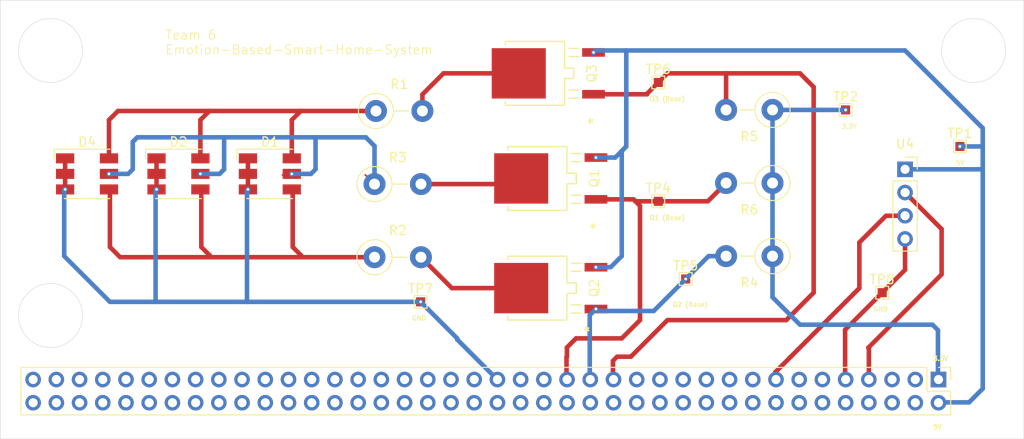
<source format=kicad_pcb>
(kicad_pcb (version 20240108) (generator "pcbnew") (generator_version "8.0")
  (title_block (title "Preliminary PCB layout") (date "2024-11-20") (rev "4") (company "Group 6"))
  (layers (0 "F.Cu" signal) (31 "B.Cu" signal) (34 "B.Paste" user) (35 "F.Paste" user) (36 "B.SilkS" user "B.Silkscreen") (37 "F.SilkS" user "F.Silkscreen") (38 "B.Mask" user) (39 "F.Mask" user) (44 "Edge.Cuts" user))
  (net 0 "")
  (net 1 "GND")
  (net 2 "Q3")
  (net 3 "Q2")
  (net 4 "Q1")
  (net 5 "Net-(Q1-E)")
  (net 6 "Net-(Q2-E)")
  (net 7 "Net-(Q3-E)")
  (net 8 "Net-(U4-GND)")
  (net 20 "Net-(40_Pin_Header1-GPIO13)")
  (net 24 "5V")
  (net 26 "Net-(40_Pin_Header1-3.3V)")
  (net 29 "/Trigger")
  (net 30 "Net-(40_Pin_Header1-GPIO11)")
  (net 34 "Net-(40_Pin_Header1-GPIO01)")
  (net 40 "/Echo")
  (footprint "TestPoint:TestPoint_Pad_1.0x1.0mm" (layer "F.Cu") (at 150.5 68)
    (property "Reference" "TP1" (at 0 -1.448 0) (layer "F.SilkS"))
    (property "Value" "5V")
    (fp_line (start -0.7 -0.7) (end 0.7 -0.7) (stroke (width 0.12)) (layer "F.SilkS"))
    (fp_line (start -0.7 0.7) (end -0.7 -0.7) (stroke (width 0.12)) (layer "F.SilkS"))
    (fp_line (start 0.7 -0.7) (end 0.7 0.7) (stroke (width 0.12)) (layer "F.SilkS"))
    (fp_line (start 0.7 0.7) (end -0.7 0.7) (stroke (width 0.12)) (layer "F.SilkS"))
    (pad "1" smd rect (at 0 0) (size 1 1) (layers "F.Cu" "F.Mask") (net 24 "5V"))
  )
  (footprint "TestPoint:TestPoint_Pad_1.0x1.0mm" (layer "F.Cu") (at 117.5 74)
    (property "Reference" "TP4" (at 0 -1.448 0) (layer "F.SilkS"))
    (property "Value" "Q1")
    (fp_line (start -0.7 -0.7) (end 0.7 -0.7) (stroke (width 0.12)) (layer "F.SilkS"))
    (fp_line (start -0.7 0.7) (end -0.7 -0.7) (stroke (width 0.12)) (layer "F.SilkS"))
    (fp_line (start 0.7 -0.7) (end 0.7 0.7) (stroke (width 0.12)) (layer "F.SilkS"))
    (fp_line (start 0.7 0.7) (end -0.7 0.7) (stroke (width 0.12)) (layer "F.SilkS"))
    (pad "1" smd rect (at 0 0) (size 1 1) (layers "F.Cu" "F.Mask") (net 20 "Net-(40_Pin_Header1-GPIO13)"))
  )
  (footprint "NSS1C301ET4G:DPAK-4_6P22X6P73_ONS" (layer "F.Cu") (at 104.2653 71.5 90)
    (property "Reference" "Q1" (at 0 6.2347 90) (layer "F.SilkS"))
    (property "Value" "NSS1C301ET4G")
    (fp_line (start 3.4925 -3.2385) (end 3.08864 -3.2385) (stroke (width 0.1524)) (layer "F.SilkS"))
    (fp_line (start -3.08864 -3.2385) (end -3.4925 -3.2385) (stroke (width 0.1524)) (layer "F.SilkS"))
    (fp_line (start -3.4925 -3.2385) (end -3.4925 3.2385) (stroke (width 0.1524)) (layer "F.SilkS"))
    (fp_line (start 3.4925 3.2385) (end 3.4925 -3.2385) (stroke (width 0.1524)) (layer "F.SilkS"))
    (fp_line (start 0.5715 3.2385) (end 3.4925 3.2385) (stroke (width 0.1524)) (layer "F.SilkS"))
    (fp_line (start -0.5715 3.2385) (end -0.5715 4.2545) (stroke (width 0.1524)) (layer "F.SilkS"))
    (fp_line (start -3.4925 3.2385) (end -0.5715 3.2385) (stroke (width 0.1524)) (layer "F.SilkS"))
    (fp_line (start 2.7305 3.7211) (end 2.7305 4.8133) (stroke (width 0.1524)) (layer "F.SilkS"))
    (fp_line (start 1.8415 3.7211) (end 1.8415 4.8133) (stroke (width 0.1524)) (layer "F.SilkS"))
    (fp_line (start -1.8415 3.7211) (end -1.8415 4.8133) (stroke (width 0.1524)) (layer "F.SilkS"))
    (fp_line (start -2.7305 3.7211) (end -2.7305 4.8133) (stroke (width 0.1524)) (layer "F.SilkS"))
    (fp_line (start 0.5715 4.2545) (end 0.5715 3.2385) (stroke (width 0.1524)) (layer "F.SilkS"))
    (fp_line (start -0.5715 4.2545) (end 0.5715 4.2545) (stroke (width 0.1524)) (layer "F.SilkS"))
    (fp_text user "*" (at -5.207 6.4135 90) (layer "F.SilkS"))
    (fp_text user "*" (at -5.207 6.4135 90) (layer "F.SilkS"))
    (pad "1" smd rect (at -2.286 6.4135 90) (size 0.9398 2.4892) (layers "F.Cu" "F.Paste" "F.Mask") (net 20 "Net-(40_Pin_Header1-GPIO13)"))
    (pad "2" smd rect (at 2.286 6.4135 90) (size 0.9398 2.4892) (layers "F.Cu" "F.Paste" "F.Mask") (net 24 "5V"))
    (pad "3" smd rect (at 0 -1.7653 90) (size 5.5118 5.9182) (layers "F.Cu" "F.Paste" "F.Mask") (net 5 "Net-(Q1-E)"))
  )
  (footprint "LED_SMD:LED_RGB_5050-6" (layer "F.Cu") (at 65 71)
    (property "Reference" "D2" (at 0 -3.5 0) (layer "F.SilkS"))
    (property "Value" "LED_RGB")
    (fp_line (start -3.6 -2.7) (end 2.5 -2.7) (stroke (width 0.12)) (layer "F.SilkS"))
    (fp_line (start -3.6 -1.6) (end -3.6 -2.7) (stroke (width 0.12)) (layer "F.SilkS"))
    (fp_line (start 2.5 2.7) (end -2.5 2.7) (stroke (width 0.12)) (layer "F.SilkS"))
    (pad "1" smd rect (at -2.4 -1.7 90) (size 1.1 2) (layers "F.Cu" "F.Paste" "F.Mask") (net 1 "GND"))
    (pad "2" smd rect (at -2.4 0 90) (size 1.1 2) (layers "F.Cu" "F.Paste" "F.Mask") (net 1 "GND"))
    (pad "3" smd rect (at -2.4 1.7 90) (size 1.1 2) (layers "F.Cu" "F.Paste" "F.Mask") (net 1 "GND"))
    (pad "4" smd rect (at 2.4 1.7 90) (size 1.1 2) (layers "F.Cu" "F.Paste" "F.Mask") (net 3 "Q2"))
    (pad "5" smd rect (at 2.4 0 90) (size 1.1 2) (layers "F.Cu" "F.Paste" "F.Mask") (net 4 "Q1"))
    (pad "6" smd rect (at 2.4 -1.7 90) (size 1.1 2) (layers "F.Cu" "F.Paste" "F.Mask") (net 2 "Q3"))
  )
  (footprint "Resistor_THT:R_Axial_DIN0411_L9.9mm_D3.6mm_P5.08mm_Vertical" (layer "F.Cu") (at 86.6121 64.1165)
    (property "Reference" "R1" (at 2.54 -2.92 0) (layer "F.SilkS"))
    (property "Value" "10")
    (fp_line (start 1.92 0) (end 3.58 0) (stroke (width 0.12)) (layer "F.SilkS"))
    (fp_circle (center 0 0) (end 1.92 0) (stroke (width 0.12)) (fill none) (layer "F.SilkS"))
    (pad "1" thru_hole circle (at 0 0) (size 2.4 2.4) (drill 1.2) (layers "*.Cu" "*.Mask") (net 2 "Q3"))
    (pad "2" thru_hole oval (at 5.08 0) (size 2.4 2.4) (drill 1.2) (layers "*.Cu" "*.Mask") (net 7 "Net-(Q3-E)"))
  )
  (footprint "NSS1C301ET4G:DPAK-4_6P22X6P73_ONS" (layer "F.Cu") (at 104.2653 83.5 90)
    (property "Reference" "Q2" (at 0 6.2347 90) (layer "F.SilkS"))
    (property "Value" "NSS1C301ET4G")
    (fp_line (start 3.4925 -3.2385) (end 3.08864 -3.2385) (stroke (width 0.1524)) (layer "F.SilkS"))
    (fp_line (start -3.08864 -3.2385) (end -3.4925 -3.2385) (stroke (width 0.1524)) (layer "F.SilkS"))
    (fp_line (start -3.4925 -3.2385) (end -3.4925 3.2385) (stroke (width 0.1524)) (layer "F.SilkS"))
    (fp_line (start 3.4925 3.2385) (end 3.4925 -3.2385) (stroke (width 0.1524)) (layer "F.SilkS"))
    (fp_line (start 0.5715 3.2385) (end 3.4925 3.2385) (stroke (width 0.1524)) (layer "F.SilkS"))
    (fp_line (start -0.5715 3.2385) (end -0.5715 4.2545) (stroke (width 0.1524)) (layer "F.SilkS"))
    (fp_line (start -3.4925 3.2385) (end -0.5715 3.2385) (stroke (width 0.1524)) (layer "F.SilkS"))
    (fp_line (start 2.7305 3.7211) (end 2.7305 4.8133) (stroke (width 0.1524)) (layer "F.SilkS"))
    (fp_line (start 1.8415 3.7211) (end 1.8415 4.8133) (stroke (width 0.1524)) (layer "F.SilkS"))
    (fp_line (start -1.8415 3.7211) (end -1.8415 4.8133) (stroke (width 0.1524)) (layer "F.SilkS"))
    (fp_line (start -2.7305 3.7211) (end -2.7305 4.8133) (stroke (width 0.1524)) (layer "F.SilkS"))
    (fp_line (start 0.5715 4.2545) (end 0.5715 3.2385) (stroke (width 0.1524)) (layer "F.SilkS"))
    (fp_line (start -0.5715 4.2545) (end 0.5715 4.2545) (stroke (width 0.1524)) (layer "F.SilkS"))
    (fp_text user "*" (at -4.5 5.7347 90) (layer "F.SilkS"))
    (fp_text user "*" (at -4.5 5.7347 90) (layer "F.SilkS"))
    (pad "1" smd rect (at -2.286 6.4135 90) (size 0.9398 2.4892) (layers "F.Cu" "F.Paste" "F.Mask") (net 30 "Net-(40_Pin_Header1-GPIO11)"))
    (pad "2" smd rect (at 2.286 6.4135 90) (size 0.9398 2.4892) (layers "F.Cu" "F.Paste" "F.Mask") (net 24 "5V"))
    (pad "3" smd rect (at 0 -1.7653 90) (size 5.5118 5.9182) (layers "F.Cu" "F.Paste" "F.Mask") (net 6 "Net-(Q2-E)"))
  )
  (footprint "Resistor_THT:R_Axial_DIN0411_L9.9mm_D3.6mm_P5.08mm_Vertical" (layer "F.Cu") (at 130 64 180)
    (property "Reference" "R5" (at 2.54 -2.92 0) (layer "F.SilkS"))
    (property "Value" "10k")
    (fp_line (start 1.92 0) (end 3.58 0) (stroke (width 0.12)) (layer "F.SilkS"))
    (fp_circle (center 0 0) (end 1.92 0) (stroke (width 0.12)) (fill none) (layer "F.SilkS"))
    (pad "1" thru_hole circle (at 0 0 180) (size 2.4 2.4) (drill 1.2) (layers "*.Cu" "*.Mask") (net 26 "Net-(40_Pin_Header1-3.3V)"))
    (pad "2" thru_hole oval (at 5.08 0 180) (size 2.4 2.4) (drill 1.2) (layers "*.Cu" "*.Mask") (net 34 "Net-(40_Pin_Header1-GPIO01)"))
  )
  (footprint "LED_SMD:LED_RGB_5050-6" (layer "F.Cu") (at 55 71)
    (property "Reference" "D4" (at 0 -3.5 0) (layer "F.SilkS"))
    (property "Value" "LED_RGB")
    (fp_line (start -3.6 -2.7) (end 2.5 -2.7) (stroke (width 0.12)) (layer "F.SilkS"))
    (fp_line (start -3.6 -1.6) (end -3.6 -2.7) (stroke (width 0.12)) (layer "F.SilkS"))
    (fp_line (start 2.5 2.7) (end -2.5 2.7) (stroke (width 0.12)) (layer "F.SilkS"))
    (pad "1" smd rect (at -2.4 -1.7 90) (size 1.1 2) (layers "F.Cu" "F.Paste" "F.Mask") (net 1 "GND"))
    (pad "2" smd rect (at -2.4 0 90) (size 1.1 2) (layers "F.Cu" "F.Paste" "F.Mask") (net 1 "GND"))
    (pad "3" smd rect (at -2.4 1.7 90) (size 1.1 2) (layers "F.Cu" "F.Paste" "F.Mask") (net 1 "GND"))
    (pad "4" smd rect (at 2.4 1.7 90) (size 1.1 2) (layers "F.Cu" "F.Paste" "F.Mask") (net 3 "Q2"))
    (pad "5" smd rect (at 2.4 0 90) (size 1.1 2) (layers "F.Cu" "F.Paste" "F.Mask") (net 4 "Q1"))
    (pad "6" smd rect (at 2.4 -1.7 90) (size 1.1 2) (layers "F.Cu" "F.Paste" "F.Mask") (net 2 "Q3"))
  )
  (footprint "TestPoint:TestPoint_Pad_1.0x1.0mm" (layer "F.Cu") (at 91.5 85)
    (property "Reference" "TP7" (at 0 -1.448 0) (layer "F.SilkS"))
    (property "Value" "GND")
    (fp_line (start -0.7 -0.7) (end 0.7 -0.7) (stroke (width 0.12)) (layer "F.SilkS"))
    (fp_line (start -0.7 0.7) (end -0.7 -0.7) (stroke (width 0.12)) (layer "F.SilkS"))
    (fp_line (start 0.7 -0.7) (end 0.7 0.7) (stroke (width 0.12)) (layer "F.SilkS"))
    (fp_line (start 0.7 0.7) (end -0.7 0.7) (stroke (width 0.12)) (layer "F.SilkS"))
    (pad "1" smd rect (at 0 0) (size 1 1) (layers "F.Cu" "F.Mask") (net 1 "GND"))
  )
  (footprint "Resistor_THT:R_Axial_DIN0411_L9.9mm_D3.6mm_P5.08mm_Vertical" (layer "F.Cu") (at 86.4521 80.1165)
    (property "Reference" "R2" (at 2.54 -2.92 0) (layer "F.SilkS"))
    (property "Value" "10")
    (fp_line (start 1.92 0) (end 3.58 0) (stroke (width 0.12)) (layer "F.SilkS"))
    (fp_circle (center 0 0) (end 1.92 0) (stroke (width 0.12)) (fill none) (layer "F.SilkS"))
    (pad "1" thru_hole circle (at 0 0) (size 2.4 2.4) (drill 1.2) (layers "*.Cu" "*.Mask") (net 3 "Q2"))
    (pad "2" thru_hole oval (at 5.08 0) (size 2.4 2.4) (drill 1.2) (layers "*.Cu" "*.Mask") (net 6 "Net-(Q2-E)"))
  )
  (footprint "Resistor_THT:R_Axial_DIN0411_L9.9mm_D3.6mm_P5.08mm_Vertical" (layer "F.Cu") (at 130 80 180)
    (property "Reference" "R4" (at 2.54 -2.92 0) (layer "F.SilkS"))
    (property "Value" "10k")
    (fp_line (start 1.92 0) (end 3.58 0) (stroke (width 0.12)) (layer "F.SilkS"))
    (fp_circle (center 0 0) (end 1.92 0) (stroke (width 0.12)) (fill none) (layer "F.SilkS"))
    (pad "1" thru_hole circle (at 0 0 180) (size 2.4 2.4) (drill 1.2) (layers "*.Cu" "*.Mask") (net 26 "Net-(40_Pin_Header1-3.3V)"))
    (pad "2" thru_hole oval (at 5.08 0 180) (size 2.4 2.4) (drill 1.2) (layers "*.Cu" "*.Mask") (net 30 "Net-(40_Pin_Header1-GPIO11)"))
  )
  (footprint "TestPoint:TestPoint_Pad_1.0x1.0mm" (layer "F.Cu") (at 142 84)
    (property "Reference" "TP8" (at 0 -1.448 0) (layer "F.SilkS"))
    (property "Value" "GND")
    (fp_line (start -0.7 -0.7) (end 0.7 -0.7) (stroke (width 0.12)) (layer "F.SilkS"))
    (fp_line (start -0.7 0.7) (end -0.7 -0.7) (stroke (width 0.12)) (layer "F.SilkS"))
    (fp_line (start 0.7 -0.7) (end 0.7 0.7) (stroke (width 0.12)) (layer "F.SilkS"))
    (fp_line (start 0.7 0.7) (end -0.7 0.7) (stroke (width 0.12)) (layer "F.SilkS"))
    (pad "1" smd rect (at 0 0) (size 1 1) (layers "F.Cu" "F.Mask") (net 8 "Net-(U4-GND)"))
  )
  (footprint "Resistor_THT:R_Axial_DIN0411_L9.9mm_D3.6mm_P5.08mm_Vertical" (layer "F.Cu") (at 86.4521 72.1165)
    (property "Reference" "R3" (at 2.54 -2.92 0) (layer "F.SilkS"))
    (property "Value" "10")
    (fp_line (start 1.92 0) (end 3.58 0) (stroke (width 0.12)) (layer "F.SilkS"))
    (fp_circle (center 0 0) (end 1.92 0) (stroke (width 0.12)) (fill none) (layer "F.SilkS"))
    (pad "1" thru_hole circle (at 0 0) (size 2.4 2.4) (drill 1.2) (layers "*.Cu" "*.Mask") (net 4 "Q1"))
    (pad "2" thru_hole oval (at 5.08 0) (size 2.4 2.4) (drill 1.2) (layers "*.Cu" "*.Mask") (net 5 "Net-(Q1-E)"))
  )
  (footprint "Connector_PinSocket_2.54mm:PinSocket_1x04_P2.54mm_Vertical" (layer "F.Cu") (at 144.5 70.5)
    (property "Reference" "U4" (at 0 -2.77 0) (layer "F.SilkS"))
    (property "Value" "HC-SR04")
    (fp_line (start -1.33 1.27) (end -1.33 8.95) (stroke (width 0.12)) (layer "F.SilkS"))
    (fp_line (start -1.33 1.27) (end 1.33 1.27) (stroke (width 0.12)) (layer "F.SilkS"))
    (fp_line (start -1.33 8.95) (end 1.33 8.95) (stroke (width 0.12)) (layer "F.SilkS"))
    (fp_line (start 0 -1.33) (end 1.33 -1.33) (stroke (width 0.12)) (layer "F.SilkS"))
    (fp_line (start 1.33 -1.33) (end 1.33 0) (stroke (width 0.12)) (layer "F.SilkS"))
    (fp_line (start 1.33 1.27) (end 1.33 8.95) (stroke (width 0.12)) (layer "F.SilkS"))
    (pad "1" thru_hole rect (at 0 0) (size 1.7 1.7) (drill 1) (layers "*.Cu" "*.Mask") (net 24 "5V"))
    (pad "2" thru_hole oval (at 0 2.54) (size 1.7 1.7) (drill 1) (layers "*.Cu" "*.Mask") (net 29 "/Trigger"))
    (pad "3" thru_hole oval (at 0 5.08) (size 1.7 1.7) (drill 1) (layers "*.Cu" "*.Mask") (net 40 "/Echo"))
    (pad "4" thru_hole oval (at 0 7.62) (size 1.7 1.7) (drill 1) (layers "*.Cu" "*.Mask") (net 8 "Net-(U4-GND)"))
  )
  (footprint "TestPoint:TestPoint_Pad_1.0x1.0mm" (layer "F.Cu") (at 120.5 82.5)
    (property "Reference" "TP5" (at 0 -1.448 0) (layer "F.SilkS"))
    (property "Value" "Q2")
    (fp_line (start -0.7 -0.7) (end 0.7 -0.7) (stroke (width 0.12)) (layer "F.SilkS"))
    (fp_line (start -0.7 0.7) (end -0.7 -0.7) (stroke (width 0.12)) (layer "F.SilkS"))
    (fp_line (start 0.7 -0.7) (end 0.7 0.7) (stroke (width 0.12)) (layer "F.SilkS"))
    (fp_line (start 0.7 0.7) (end -0.7 0.7) (stroke (width 0.12)) (layer "F.SilkS"))
    (pad "1" smd rect (at 0 0) (size 1 1) (layers "F.Cu" "F.Mask") (net 30 "Net-(40_Pin_Header1-GPIO11)"))
  )
  (footprint "NSS1C301ET4G:DPAK-4_6P22X6P73_ONS" (layer "F.Cu") (at 104 60 90)
    (property "Reference" "Q3" (at 0 6.2347 90) (layer "F.SilkS"))
    (property "Value" "NSS1C301ET4G")
    (fp_line (start 3.4925 -3.2385) (end 3.08864 -3.2385) (stroke (width 0.1524)) (layer "F.SilkS"))
    (fp_line (start -3.08864 -3.2385) (end -3.4925 -3.2385) (stroke (width 0.1524)) (layer "F.SilkS"))
    (fp_line (start -3.4925 -3.2385) (end -3.4925 3.2385) (stroke (width 0.1524)) (layer "F.SilkS"))
    (fp_line (start 3.4925 3.2385) (end 3.4925 -3.2385) (stroke (width 0.1524)) (layer "F.SilkS"))
    (fp_line (start 0.5715 3.2385) (end 3.4925 3.2385) (stroke (width 0.1524)) (layer "F.SilkS"))
    (fp_line (start -0.5715 3.2385) (end -0.5715 4.2545) (stroke (width 0.1524)) (layer "F.SilkS"))
    (fp_line (start -3.4925 3.2385) (end -0.5715 3.2385) (stroke (width 0.1524)) (layer "F.SilkS"))
    (fp_line (start 2.7305 3.7211) (end 2.7305 4.8133) (stroke (width 0.1524)) (layer "F.SilkS"))
    (fp_line (start 1.8415 3.7211) (end 1.8415 4.8133) (stroke (width 0.1524)) (layer "F.SilkS"))
    (fp_line (start -1.8415 3.7211) (end -1.8415 4.8133) (stroke (width 0.1524)) (layer "F.SilkS"))
    (fp_line (start -2.7305 3.7211) (end -2.7305 4.8133) (stroke (width 0.1524)) (layer "F.SilkS"))
    (fp_line (start 0.5715 4.2545) (end 0.5715 3.2385) (stroke (width 0.1524)) (layer "F.SilkS"))
    (fp_line (start -0.5715 4.2545) (end 0.5715 4.2545) (stroke (width 0.1524)) (layer "F.SilkS"))
    (fp_text user "*" (at -5.207 6.4135 90) (layer "F.SilkS"))
    (fp_text user "*" (at -5.207 6.4135 90) (layer "F.SilkS"))
    (pad "1" smd rect (at -2.286 6.4135 90) (size 0.9398 2.4892) (layers "F.Cu" "F.Paste" "F.Mask") (net 34 "Net-(40_Pin_Header1-GPIO01)"))
    (pad "2" smd rect (at 2.286 6.4135 90) (size 0.9398 2.4892) (layers "F.Cu" "F.Paste" "F.Mask") (net 24 "5V"))
    (pad "3" smd rect (at 0 -1.7653 90) (size 5.5118 5.9182) (layers "F.Cu" "F.Paste" "F.Mask") (net 7 "Net-(Q3-E)"))
  )
  (footprint "Resistor_THT:R_Axial_DIN0411_L9.9mm_D3.6mm_P5.08mm_Vertical" (layer "F.Cu") (at 130 72 180)
    (property "Reference" "R6" (at 2.54 -2.92 0) (layer "F.SilkS"))
    (property "Value" "10k")
    (fp_line (start 1.92 0) (end 3.58 0) (stroke (width 0.12)) (layer "F.SilkS"))
    (fp_circle (center 0 0) (end 1.92 0) (stroke (width 0.12)) (fill none) (layer "F.SilkS"))
    (pad "1" thru_hole circle (at 0 0 180) (size 2.4 2.4) (drill 1.2) (layers "*.Cu" "*.Mask") (net 26 "Net-(40_Pin_Header1-3.3V)"))
    (pad "2" thru_hole oval (at 5.08 0 180) (size 2.4 2.4) (drill 1.2) (layers "*.Cu" "*.Mask") (net 20 "Net-(40_Pin_Header1-GPIO13)"))
  )
  (footprint "Connector_PinHeader_2.54mm:PinHeader_2x40_P2.54mm_Vertical" (layer "F.Cu") (at 148.16 93.5 -90)
    (property "Reference" "40_Pin_Header1" (hide yes))
    (property "Value" "~")
    (fp_line (start -1.33 100.39) (end 3.87 100.39) (stroke (width 0.12)) (layer "F.SilkS"))
    (fp_line (start -1.33 1.27) (end -1.33 100.39) (stroke (width 0.12)) (layer "F.SilkS"))
    (fp_line (start -1.33 1.27) (end 1.27 1.27) (stroke (width 0.12)) (layer "F.SilkS"))
    (fp_line (start 1.27 1.27) (end 1.27 -1.33) (stroke (width 0.12)) (layer "F.SilkS"))
    (fp_line (start -1.33 0) (end -1.33 -1.33) (stroke (width 0.12)) (layer "F.SilkS"))
    (fp_line (start -1.33 -1.33) (end 0 -1.33) (stroke (width 0.12)) (layer "F.SilkS"))
    (fp_line (start 1.27 -1.33) (end 3.87 -1.33) (stroke (width 0.12)) (layer "F.SilkS"))
    (fp_line (start 3.87 -1.33) (end 3.87 100.39) (stroke (width 0.12)) (layer "F.SilkS"))
    (pad "1" thru_hole rect (at 0 0 270) (size 1.7 1.7) (drill 1) (layers "*.Cu" "*.Mask") (net 26 "Net-(40_Pin_Header1-3.3V)"))
    (pad "2" thru_hole oval (at 2.54 0 270) (size 1.7 1.7) (drill 1) (layers "*.Cu" "*.Mask") (net 24 "5V"))
    (pad "3" thru_hole oval (at 0 2.54 270) (size 1.7 1.7) (drill 1) (layers "*.Cu" "*.Mask"))
    (pad "4" thru_hole oval (at 2.54 2.54 270) (size 1.7 1.7) (drill 1) (layers "*.Cu" "*.Mask"))
    (pad "5" thru_hole oval (at 0 5.08 270) (size 1.7 1.7) (drill 1) (layers "*.Cu" "*.Mask"))
    (pad "6" thru_hole oval (at 2.54 5.08 270) (size 1.7 1.7) (drill 1) (layers "*.Cu" "*.Mask"))
    (pad "7" thru_hole oval (at 0 7.62 270) (size 1.7 1.7) (drill 1) (layers "*.Cu" "*.Mask") (net 29 "/Trigger"))
    (pad "8" thru_hole oval (at 2.54 7.62 270) (size 1.7 1.7) (drill 1) (layers "*.Cu" "*.Mask"))
    (pad "9" thru_hole oval (at 0 10.16 270) (size 1.7 1.7) (drill 1) (layers "*.Cu" "*.Mask") (net 8 "Net-(U4-GND)"))
    (pad "10" thru_hole oval (at 2.54 10.16 270) (size 1.7 1.7) (drill 1) (layers "*.Cu" "*.Mask"))
    (pad "11" thru_hole oval (at 0 12.7 270) (size 1.7 1.7) (drill 1) (layers "*.Cu" "*.Mask"))
    (pad "12" thru_hole oval (at 2.54 12.7 270) (size 1.7 1.7) (drill 1) (layers "*.Cu" "*.Mask"))
    (pad "13" thru_hole oval (at 0 15.24 270) (size 1.7 1.7) (drill 1) (layers "*.Cu" "*.Mask"))
    (pad "14" thru_hole oval (at 2.54 15.24 270) (size 1.7 1.7) (drill 1) (layers "*.Cu" "*.Mask"))
    (pad "15" thru_hole oval (at 0 17.78 270) (size 1.7 1.7) (drill 1) (layers "*.Cu" "*.Mask") (net 40 "/Echo"))
    (pad "16" thru_hole oval (at 2.54 17.78 270) (size 1.7 1.7) (drill 1) (layers "*.Cu" "*.Mask"))
    (pad "17" thru_hole oval (at 0 20.32 270) (size 1.7 1.7) (drill 1) (layers "*.Cu" "*.Mask"))
    (pad "18" thru_hole oval (at 2.54 20.32 270) (size 1.7 1.7) (drill 1) (layers "*.Cu" "*.Mask"))
    (pad "19" thru_hole oval (at 0 22.86 270) (size 1.7 1.7) (drill 1) (layers "*.Cu" "*.Mask"))
    (pad "20" thru_hole oval (at 2.54 22.86 270) (size 1.7 1.7) (drill 1) (layers "*.Cu" "*.Mask"))
    (pad "21" thru_hole oval (at 0 25.4 270) (size 1.7 1.7) (drill 1) (layers "*.Cu" "*.Mask"))
    (pad "22" thru_hole oval (at 2.54 25.4 270) (size 1.7 1.7) (drill 1) (layers "*.Cu" "*.Mask"))
    (pad "23" thru_hole oval (at 0 27.94 270) (size 1.7 1.7) (drill 1) (layers "*.Cu" "*.Mask"))
    (pad "24" thru_hole oval (at 2.54 27.94 270) (size 1.7 1.7) (drill 1) (layers "*.Cu" "*.Mask"))
    (pad "25" thru_hole oval (at 0 30.48 270) (size 1.7 1.7) (drill 1) (layers "*.Cu" "*.Mask"))
    (pad "26" thru_hole oval (at 2.54 30.48 270) (size 1.7 1.7) (drill 1) (layers "*.Cu" "*.Mask"))
    (pad "27" thru_hole oval (at 0 33.02 270) (size 1.7 1.7) (drill 1) (layers "*.Cu" "*.Mask"))
    (pad "28" thru_hole oval (at 2.54 33.02 270) (size 1.7 1.7) (drill 1) (layers "*.Cu" "*.Mask"))
    (pad "29" thru_hole oval (at 0 35.56 270) (size 1.7 1.7) (drill 1) (layers "*.Cu" "*.Mask") (net 34 "Net-(40_Pin_Header1-GPIO01)"))
    (pad "30" thru_hole oval (at 2.54 35.56 270) (size 1.7 1.7) (drill 1) (layers "*.Cu" "*.Mask"))
    (pad "31" thru_hole oval (at 0 38.1 270) (size 1.7 1.7) (drill 1) (layers "*.Cu" "*.Mask") (net 30 "Net-(40_Pin_Header1-GPIO11)"))
    (pad "32" thru_hole oval (at 2.54 38.1 270) (size 1.7 1.7) (drill 1) (layers "*.Cu" "*.Mask"))
    (pad "33" thru_hole oval (at 0 40.64 270) (size 1.7 1.7) (drill 1) (layers "*.Cu" "*.Mask") (net 20 "Net-(40_Pin_Header1-GPIO13)"))
    (pad "34" thru_hole oval (at 2.54 40.64 270) (size 1.7 1.7) (drill 1) (layers "*.Cu" "*.Mask"))
    (pad "35" thru_hole oval (at 0 43.18 270) (size 1.7 1.7) (drill 1) (layers "*.Cu" "*.Mask"))
    (pad "36" thru_hole oval (at 2.54 43.18 270) (size 1.7 1.7) (drill 1) (layers "*.Cu" "*.Mask"))
    (pad "37" thru_hole oval (at 0 45.72 270) (size 1.7 1.7) (drill 1) (layers "*.Cu" "*.Mask"))
    (pad "38" thru_hole oval (at 2.54 45.72 270) (size 1.7 1.7) (drill 1) (layers "*.Cu" "*.Mask"))
    (pad "39" thru_hole oval (at 0 48.26 270) (size 1.7 1.7) (drill 1) (layers "*.Cu" "*.Mask") (net 1 "GND"))
    (pad "40" thru_hole oval (at 2.54 48.26 270) (size 1.7 1.7) (drill 1) (layers "*.Cu" "*.Mask"))
    (pad "41" thru_hole oval (at 0 50.8 270) (size 1.7 1.7) (drill 1) (layers "*.Cu" "*.Mask"))
    (pad "42" thru_hole oval (at 2.54 50.8 270) (size 1.7 1.7) (drill 1) (layers "*.Cu" "*.Mask"))
    (pad "43" thru_hole oval (at 0 53.34 270) (size 1.7 1.7) (drill 1) (layers "*.Cu" "*.Mask"))
    (pad "44" thru_hole oval (at 2.54 53.34 270) (size 1.7 1.7) (drill 1) (layers "*.Cu" "*.Mask"))
    (pad "45" thru_hole oval (at 0 55.88 270) (size 1.7 1.7) (drill 1) (layers "*.Cu" "*.Mask"))
    (pad "46" thru_hole oval (at 2.54 55.88 270) (size 1.7 1.7) (drill 1) (layers "*.Cu" "*.Mask"))
    (pad "47" thru_hole oval (at 0 58.42 270) (size 1.7 1.7) (drill 1) (layers "*.Cu" "*.Mask"))
    (pad "48" thru_hole oval (at 2.54 58.42 270) (size 1.7 1.7) (drill 1) (layers "*.Cu" "*.Mask"))
    (pad "49" thru_hole oval (at 0 60.96 270) (size 1.7 1.7) (drill 1) (layers "*.Cu" "*.Mask"))
    (pad "50" thru_hole oval (at 2.54 60.96 270) (size 1.7 1.7) (drill 1) (layers "*.Cu" "*.Mask"))
    (pad "51" thru_hole oval (at 0 63.5 270) (size 1.7 1.7) (drill 1) (layers "*.Cu" "*.Mask"))
    (pad "52" thru_hole oval (at 2.54 63.5 270) (size 1.7 1.7) (drill 1) (layers "*.Cu" "*.Mask"))
    (pad "53" thru_hole oval (at 0 66.04 270) (size 1.7 1.7) (drill 1) (layers "*.Cu" "*.Mask"))
    (pad "54" thru_hole oval (at 2.54 66.04 270) (size 1.7 1.7) (drill 1) (layers "*.Cu" "*.Mask"))
    (pad "55" thru_hole oval (at 0 68.58 270) (size 1.7 1.7) (drill 1) (layers "*.Cu" "*.Mask"))
    (pad "56" thru_hole oval (at 2.54 68.58 270) (size 1.7 1.7) (drill 1) (layers "*.Cu" "*.Mask"))
    (pad "57" thru_hole oval (at 0 71.12 270) (size 1.7 1.7) (drill 1) (layers "*.Cu" "*.Mask"))
    (pad "58" thru_hole oval (at 2.54 71.12 270) (size 1.7 1.7) (drill 1) (layers "*.Cu" "*.Mask"))
    (pad "59" thru_hole oval (at 0 73.66 270) (size 1.7 1.7) (drill 1) (layers "*.Cu" "*.Mask"))
    (pad "60" thru_hole oval (at 2.54 73.66 270) (size 1.7 1.7) (drill 1) (layers "*.Cu" "*.Mask"))
    (pad "61" thru_hole oval (at 0 76.2 270) (size 1.7 1.7) (drill 1) (layers "*.Cu" "*.Mask"))
    (pad "62" thru_hole oval (at 2.54 76.2 270) (size 1.7 1.7) (drill 1) (layers "*.Cu" "*.Mask"))
    (pad "63" thru_hole oval (at 0 78.74 270) (size 1.7 1.7) (drill 1) (layers "*.Cu" "*.Mask"))
    (pad "64" thru_hole oval (at 2.54 78.74 270) (size 1.7 1.7) (drill 1) (layers "*.Cu" "*.Mask"))
    (pad "65" thru_hole oval (at 0 81.28 270) (size 1.7 1.7) (drill 1) (layers "*.Cu" "*.Mask"))
    (pad "66" thru_hole oval (at 2.54 81.28 270) (size 1.7 1.7) (drill 1) (layers "*.Cu" "*.Mask"))
    (pad "67" thru_hole oval (at 0 83.82 270) (size 1.7 1.7) (drill 1) (layers "*.Cu" "*.Mask"))
    (pad "68" thru_hole oval (at 2.54 83.82 270) (size 1.7 1.7) (drill 1) (layers "*.Cu" "*.Mask"))
    (pad "69" thru_hole oval (at 0 86.36 270) (size 1.7 1.7) (drill 1) (layers "*.Cu" "*.Mask"))
    (pad "70" thru_hole oval (at 2.54 86.36 270) (size 1.7 1.7) (drill 1) (layers "*.Cu" "*.Mask"))
    (pad "71" thru_hole oval (at 0 88.9 270) (size 1.7 1.7) (drill 1) (layers "*.Cu" "*.Mask"))
    (pad "72" thru_hole oval (at 2.54 88.9 270) (size 1.7 1.7) (drill 1) (layers "*.Cu" "*.Mask"))
    (pad "73" thru_hole oval (at 0 91.44 270) (size 1.7 1.7) (drill 1) (layers "*.Cu" "*.Mask"))
    (pad "74" thru_hole oval (at 2.54 91.44 270) (size 1.7 1.7) (drill 1) (layers "*.Cu" "*.Mask"))
    (pad "75" thru_hole oval (at 0 93.98 270) (size 1.7 1.7) (drill 1) (layers "*.Cu" "*.Mask"))
    (pad "76" thru_hole oval (at 2.54 93.98 270) (size 1.7 1.7) (drill 1) (layers "*.Cu" "*.Mask"))
    (pad "77" thru_hole oval (at 0 96.52 270) (size 1.7 1.7) (drill 1) (layers "*.Cu" "*.Mask"))
    (pad "78" thru_hole oval (at 2.54 96.52 270) (size 1.7 1.7) (drill 1) (layers "*.Cu" "*.Mask"))
    (pad "79" thru_hole oval (at 0 99.06 270) (size 1.7 1.7) (drill 1) (layers "*.Cu" "*.Mask"))
    (pad "80" thru_hole oval (at 2.54 99.06 270) (size 1.7 1.7) (drill 1) (layers "*.Cu" "*.Mask"))
  )
  (footprint "TestPoint:TestPoint_Pad_1.0x1.0mm" (layer "F.Cu") (at 117.5 61)
    (property "Reference" "TP6" (at 0 -1.448 0) (layer "F.SilkS"))
    (property "Value" "Q3")
    (fp_line (start -0.7 -0.7) (end 0.7 -0.7) (stroke (width 0.12)) (layer "F.SilkS"))
    (fp_line (start -0.7 0.7) (end -0.7 -0.7) (stroke (width 0.12)) (layer "F.SilkS"))
    (fp_line (start 0.7 -0.7) (end 0.7 0.7) (stroke (width 0.12)) (layer "F.SilkS"))
    (fp_line (start 0.7 0.7) (end -0.7 0.7) (stroke (width 0.12)) (layer "F.SilkS"))
    (pad "1" smd rect (at 0 0) (size 1 1) (layers "F.Cu" "F.Mask") (net 34 "Net-(40_Pin_Header1-GPIO01)"))
  )
  (footprint "LED_SMD:LED_RGB_5050-6" (layer "F.Cu") (at 75 71)
    (property "Reference" "D1" (at 0 -3.5 0) (layer "F.SilkS"))
    (property "Value" "LED_RGB")
    (fp_line (start -3.6 -2.7) (end 2.5 -2.7) (stroke (width 0.12)) (layer "F.SilkS"))
    (fp_line (start -3.6 -1.6) (end -3.6 -2.7) (stroke (width 0.12)) (layer "F.SilkS"))
    (fp_line (start 2.5 2.7) (end -2.5 2.7) (stroke (width 0.12)) (layer "F.SilkS"))
    (pad "1" smd rect (at -2.4 -1.7 90) (size 1.1 2) (layers "F.Cu" "F.Paste" "F.Mask") (net 1 "GND"))
    (pad "2" smd rect (at -2.4 0 90) (size 1.1 2) (layers "F.Cu" "F.Paste" "F.Mask") (net 1 "GND"))
    (pad "3" smd rect (at -2.4 1.7 90) (size 1.1 2) (layers "F.Cu" "F.Paste" "F.Mask") (net 1 "GND"))
    (pad "4" smd rect (at 2.4 1.7 90) (size 1.1 2) (layers "F.Cu" "F.Paste" "F.Mask") (net 3 "Q2"))
    (pad "5" smd rect (at 2.4 0 90) (size 1.1 2) (layers "F.Cu" "F.Paste" "F.Mask") (net 4 "Q1"))
    (pad "6" smd rect (at 2.4 -1.7 90) (size 1.1 2) (layers "F.Cu" "F.Paste" "F.Mask") (net 2 "Q3"))
  )
  (footprint "TestPoint:TestPoint_Pad_1.0x1.0mm" (layer "F.Cu") (at 138 64)
    (property "Reference" "TP2" (at 0 -1.448 0) (layer "F.SilkS"))
    (property "Value" "3.3V")
    (fp_line (start -0.7 -0.7) (end 0.7 -0.7) (stroke (width 0.12)) (layer "F.SilkS"))
    (fp_line (start -0.7 0.7) (end -0.7 -0.7) (stroke (width 0.12)) (layer "F.SilkS"))
    (fp_line (start 0.7 -0.7) (end 0.7 0.7) (stroke (width 0.12)) (layer "F.SilkS"))
    (fp_line (start 0.7 0.7) (end -0.7 0.7) (stroke (width 0.12)) (layer "F.SilkS"))
    (pad "1" smd rect (at 0 0) (size 1 1) (layers "F.Cu" "F.Mask") (net 26 "Net-(40_Pin_Header1-3.3V)"))
  )
  (gr_circle (center 51 57.5) (end 54.5 57.5) (stroke (width 0.05)) (fill none) (layer "Edge.Cuts"))
  (gr_rect (start 45.5 52) (end 157.5 100) (stroke (width 0.05)) (fill none) (layer "Edge.Cuts"))
  (gr_circle (center 152 57.5) (end 155.5 57.5) (stroke (width 0.05)) (fill none) (layer "Edge.Cuts"))
  (gr_circle (center 51 86.5) (end 54.5 86.5) (stroke (width 0.05)) (fill none) (layer "Edge.Cuts"))
  (gr_text "Q1 (Base)" (at 116.5 75.5 0) (layer "F.SilkS") (effects (font (size 0.5 0.5) (thickness 0.1) (bold yes)) (justify left top)))
  (gr_text "5V" (at 147.5 99 0) (layer "F.SilkS") (effects (font (size 0.5 0.5) (thickness 0.125)) (justify left bottom)))
  (gr_text "5V" (at 150 69.5 0) (layer "F.SilkS") (effects (font (size 0.5 0.5) (thickness 0.1) (bold yes)) (justify left top)))
  (gr_text "GND" (at 141 85.5 0) (layer "F.SilkS") (effects (font (size 0.5 0.5) (thickness 0.1) (bold yes)) (justify left top)))
  (gr_text "3.3V" (at 137.5 65.5 0) (layer "F.SilkS") (effects (font (size 0.5 0.5) (thickness 0.1) (bold yes)) (justify left top)))
  (gr_text "3.3V" (at 147.5 91.5 0) (layer "F.SilkS") (effects (font (size 0.5 0.5) (thickness 0.125)) (justify left bottom)))
  (gr_text "Q2 (Base)" (at 119 85 0) (layer "F.SilkS") (effects (font (size 0.5 0.5) (thickness 0.1) (bold yes)) (justify left top)))
  (gr_text "Team 6 \nEmotion-Based-Smart-Home-System" (at 63.5 58 0) (layer "F.SilkS") (effects (font (size 1 1) (thickness 0.1)) (justify left bottom)))
  (gr_text "Q3 (Base)" (at 116.5 62.5 0) (layer "F.SilkS") (effects (font (size 0.5 0.5) (thickness 0.1) (bold yes)) (justify left top)))
  (gr_text "GND" (at 90.5 86.5 0) (layer "F.SilkS") (effects (font (size 0.5 0.5) (thickness 0.1) (bold yes)) (justify left top)))
  (segment (start 52.6 71) (end 52.6 72.7) (width 0.5) (layer "F.Cu") (net 1))
  (segment (start 72.6 69.3) (end 72.6 71) (width 0.5) (layer "F.Cu") (net 1))
  (segment (start 62.6 69.3) (end 62.6 71) (width 0.5) (layer "F.Cu") (net 1))
  (segment (start 72.6 71) (end 72.6 72.7) (width 0.5) (layer "F.Cu") (net 1))
  (segment (start 62.6 71) (end 62.6 72.7) (width 0.5) (layer "F.Cu") (net 1))
  (segment (start 52.6 69.3) (end 52.6 71) (width 0.5) (layer "F.Cu") (net 1))
  (via (at 72.6 72.7) (size 0.6) (drill 0.3) (layers "F.Cu" "B.Cu") (net 1))
  (via (at 91.5 85) (size 0.6) (drill 0.3) (layers "F.Cu" "B.Cu") (net 1))
  (via (at 52.6 72.7) (size 0.6) (drill 0.3) (layers "F.Cu" "B.Cu") (net 1))
  (via (at 62.6 72.7) (size 0.6) (drill 0.3) (layers "F.Cu" "B.Cu") (net 1))
  (segment (start 62.5 85) (end 57.5 85) (width 0.5) (layer "B.Cu") (net 1))
  (segment (start 95.5 89.12) (end 95.5 89) (width 0.5) (layer "B.Cu") (net 1))
  (segment (start 62.5 85) (end 62.5 72.8) (width 0.5) (layer "B.Cu") (net 1))
  (segment (start 72.5 72.8) (end 72.6 72.7) (width 0.5) (layer "B.Cu") (net 1))
  (segment (start 62.5 72.8) (end 62.6 72.7) (width 0.5) (layer "B.Cu") (net 1))
  (segment (start 72.5 85) (end 72.5 72.8) (width 0.5) (layer "B.Cu") (net 1))
  (segment (start 72.5 85) (end 91.5 85) (width 0.5) (layer "B.Cu") (net 1))
  (segment (start 57.5 85) (end 52.5 80) (width 0.5) (layer "B.Cu") (net 1))
  (segment (start 95.5 89) (end 91.5 85) (width 0.5) (layer "B.Cu") (net 1))
  (segment (start 52.5 72.8) (end 52.6 72.7) (width 0.5) (layer "B.Cu") (net 1))
  (segment (start 99.84 93.46) (end 95.5 89.12) (width 0.5) (layer "B.Cu") (net 1))
  (segment (start 52.5 80) (end 52.5 72.8) (width 0.5) (layer "B.Cu") (net 1))
  (segment (start 72.5 85) (end 62.5 85) (width 0.5) (layer "B.Cu") (net 1))
  (segment (start 67.4 65.1) (end 67.4 69.3) (width 0.5) (layer "F.Cu") (net 2))
  (segment (start 86.6121 64.1165) (end 78.3835 64.1165) (width 0.5) (layer "F.Cu") (net 2))
  (segment (start 78.3835 64.1165) (end 68.3835 64.1165) (width 0.5) (layer "F.Cu") (net 2))
  (segment (start 68.3835 64.1165) (end 58.3835 64.1165) (width 0.5) (layer "F.Cu") (net 2))
  (segment (start 57.4 65.1) (end 57.4 69.3) (width 0.5) (layer "F.Cu") (net 2))
  (segment (start 78.3835 64.1165) (end 77.4 65.1) (width 0.5) (layer "F.Cu") (net 2))
  (segment (start 58.3835 64.1165) (end 57.4 65.1) (width 0.5) (layer "F.Cu") (net 2))
  (segment (start 77.4 65.1) (end 77.4 69.3) (width 0.5) (layer "F.Cu") (net 2))
  (segment (start 68.3835 64.1165) (end 67.4 65.1) (width 0.5) (layer "F.Cu") (net 2))
  (segment (start 77.5 79) (end 77.5 73) (width 0.5) (layer "F.Cu") (net 3))
  (segment (start 86.4521 80.1165) (end 78.6165 80.1165) (width 0.5) (layer "F.Cu") (net 3))
  (segment (start 58.6165 80.1165) (end 57.5 79) (width 0.5) (layer "F.Cu") (net 3))
  (segment (start 78.6165 80.1165) (end 68.6165 80.1165) (width 0.5) (layer "F.Cu") (net 3))
  (segment (start 57.5 79) (end 57.5 73) (width 0.5) (layer "F.Cu") (net 3))
  (segment (start 68.6165 80.1165) (end 67.5 79) (width 0.5) (layer "F.Cu") (net 3))
  (segment (start 68.6165 80.1165) (end 58.6165 80.1165) (width 0.5) (layer "F.Cu") (net 3))
  (segment (start 78.6165 80.1165) (end 77.5 79) (width 0.5) (layer "F.Cu") (net 3))
  (segment (start 67.5 79) (end 67.5 73) (width 0.5) (layer "F.Cu") (net 3))
  (segment (start 76.6421 71.1165) (end 77.0921 71.1165) (width 0.2) (layer "F.Cu") (net 4))
  (segment (start 86.4521 72.1165) (end 85.4521 71.1165) (width 0.2) (layer "F.Cu") (net 4))
  (segment (start 77.0921 71.1165) (end 76.3835 71.1165) (width 0.2) (layer "F.Cu") (net 4))
  (via (at 77.4 71) (size 0.6) (drill 0.3) (layers "F.Cu" "B.Cu") (net 4))
  (via (at 67.4 71) (size 0.6) (drill 0.3) (layers "F.Cu" "B.Cu") (net 4))
  (via (at 57.4 71) (size 0.6) (drill 0.3) (layers "F.Cu" "B.Cu") (net 4))
  (segment (start 60.5 67) (end 60 67.5) (width 0.5) (layer "B.Cu") (net 4))
  (segment (start 79.5 71) (end 77.4 71) (width 0.5) (layer "B.Cu") (net 4))
  (segment (start 70 67) (end 60.5 67) (width 0.5) (layer "B.Cu") (net 4))
  (segment (start 69.5 71) (end 67.4 71) (width 0.5) (layer "B.Cu") (net 4))
  (segment (start 85.5 67) (end 80 67) (width 0.5) (layer "B.Cu") (net 4))
  (segment (start 60 67.5) (end 60 70.5) (width 0.5) (layer "B.Cu") (net 4))
  (segment (start 86.4521 72.1165) (end 86.4521 67.9521) (width 0.5) (layer "B.Cu") (net 4))
  (segment (start 80 67) (end 70 67) (width 0.5) (layer "B.Cu") (net 4))
  (segment (start 86.4521 67.9521) (end 85.5 67) (width 0.5) (layer "B.Cu") (net 4))
  (segment (start 70 70.5) (end 69.5 71) (width 0.5) (layer "B.Cu") (net 4))
  (segment (start 80 67) (end 80 70.5) (width 0.5) (layer "B.Cu") (net 4))
  (segment (start 59.5 71) (end 57.4 71) (width 0.5) (layer "B.Cu") (net 4))
  (segment (start 60 70.5) (end 59.5 71) (width 0.5) (layer "B.Cu") (net 4))
  (segment (start 80 70.5) (end 79.5 71) (width 0.5) (layer "B.Cu") (net 4))
  (segment (start 70 67) (end 70 70.5) (width 0.5) (layer "B.Cu") (net 4))
  (segment (start 101.8835 72.1165) (end 102.5 71.5) (width 0.5) (layer "F.Cu") (net 5))
  (segment (start 91.5321 72.1165) (end 101.8835 72.1165) (width 0.5) (layer "F.Cu") (net 5))
  (segment (start 91.5321 80.1165) (end 94.9156 83.5) (width 0.5) (layer "F.Cu") (net 6))
  (segment (start 94.9156 83.5) (end 102.5 83.5) (width 0.5) (layer "F.Cu") (net 6))
  (segment (start 91.6921 64.1165) (end 91.6921 62.3079) (width 0.5) (layer "F.Cu") (net 7))
  (segment (start 91.6921 62.3079) (end 94 60) (width 0.5) (layer "F.Cu") (net 7))
  (segment (start 94 60) (end 102.2347 60) (width 0.5) (layer "F.Cu") (net 7))
  (segment (start 137.94 88.06) (end 137.94 93.46) (width 0.5) (layer "F.Cu") (net 8))
  (segment (start 144.5 81.5) (end 142 84) (width 0.5) (layer "F.Cu") (net 8))
  (segment (start 142 84) (end 137.94 88.06) (width 0.5) (layer "F.Cu") (net 8))
  (segment (start 144.5 78.12) (end 144.5 81.5) (width 0.5) (layer "F.Cu") (net 8))
  (segment (start 110.6788 73.786) (end 114.5 73.786) (width 0.5) (layer "F.Cu") (net 20))
  (segment (start 115.5 74.5) (end 115.5 87) (width 0.5) (layer "F.Cu") (net 20))
  (segment (start 114.786 73.786) (end 115 74) (width 0.5) (layer "F.Cu") (net 20))
  (segment (start 108.5 89) (end 107.5 90) (width 0.5) (layer "F.Cu") (net 20))
  (segment (start 113.5 89) (end 108.5 89) (width 0.5) (layer "F.Cu") (net 20))
  (segment (start 114.786 73.786) (end 115.5 74.5) (width 0.5) (layer "F.Cu") (net 20))
  (segment (start 124.92 72) (end 122.92 74) (width 0.5) (layer "F.Cu") (net 20))
  (segment (start 107.46 91.04) (end 107.46 93.46) (width 0.5) (layer "F.Cu") (net 20))
  (segment (start 122.92 74) (end 117.5 74) (width 0.5) (layer "F.Cu") (net 20))
  (segment (start 114.5 73.786) (end 114.786 73.786) (width 0.5) (layer "F.Cu") (net 20))
  (segment (start 115.5 87) (end 113.5 89) (width 0.5) (layer "F.Cu") (net 20))
  (segment (start 115 74) (end 117.5 74) (width 0.5) (layer "F.Cu") (net 20))
  (segment (start 107.5 91) (end 107.46 91.04) (width 0.5) (layer "F.Cu") (net 20))
  (segment (start 107.5 90) (end 107.5 91) (width 0.5) (layer "F.Cu") (net 20))
  (via (at 110.6788 69.214) (size 0.6) (drill 0.3) (layers "F.Cu" "B.Cu") (net 24))
  (via (at 110.4135 57.714) (size 0.6) (drill 0.3) (layers "F.Cu" "B.Cu") (net 24))
  (via (at 150.5 68) (size 0.6) (drill 0.3) (layers "F.Cu" "B.Cu") (net 24))
  (via (at 110.6788 81.214) (size 0.6) (drill 0.3) (layers "F.Cu" "B.Cu") (net 24))
  (segment (start 153 68) (end 150.5 68) (width 0.5) (layer "B.Cu") (net 24))
  (segment (start 151.5 96) (end 153 94.5) (width 0.5) (layer "B.Cu") (net 24))
  (segment (start 153 70.5) (end 153 68) (width 0.5) (layer "B.Cu") (net 24))
  (segment (start 110.6275 57.5) (end 110.4135 57.714) (width 0.5) (layer "B.Cu") (net 24))
  (segment (start 114 68) (end 112.786 69.214) (width 0.5) (layer "B.Cu") (net 24))
  (segment (start 112.786 69.214) (end 110.6788 69.214) (width 0.5) (layer "B.Cu") (net 24))
  (segment (start 114 57.5) (end 114 68) (width 0.5) (layer "B.Cu") (net 24))
  (segment (start 144.5 70.5) (end 153 70.5) (width 0.5) (layer "B.Cu") (net 24))
  (segment (start 148.1 96) (end 151.5 96) (width 0.5) (layer "B.Cu") (net 24))
  (segment (start 153 66) (end 144.5 57.5) (width 0.5) (layer "B.Cu") (net 24))
  (segment (start 113.5 68.5) (end 113.5 80) (width 0.5) (layer "B.Cu") (net 24))
  (segment (start 113.5 80) (end 112.286 81.214) (width 0.5) (layer "B.Cu") (net 24))
  (segment (start 153 94.5) (end 153 70.5) (width 0.5) (layer "B.Cu") (net 24))
  (segment (start 114 57.5) (end 110.6275 57.5) (width 0.5) (layer "B.Cu") (net 24))
  (segment (start 144.5 57.5) (end 114 57.5) (width 0.5) (layer "B.Cu") (net 24))
  (segment (start 153 68) (end 153 66) (width 0.5) (layer "B.Cu") (net 24))
  (segment (start 114 68) (end 113.5 68.5) (width 0.5) (layer "B.Cu") (net 24))
  (segment (start 112.286 81.214) (end 110.6788 81.214) (width 0.5) (layer "B.Cu") (net 24))
  (via (at 138 64) (size 0.6) (drill 0.3) (layers "F.Cu" "B.Cu") (net 26))
  (segment (start 147.5 87.5) (end 148.1 88.1) (width 0.5) (layer "B.Cu") (net 26))
  (segment (start 133 87.5) (end 130 84.5) (width 0.5) (layer "B.Cu") (net 26))
  (segment (start 148.1 88.1) (end 148.1 93.46) (width 0.5) (layer "B.Cu") (net 26))
  (segment (start 147.5 87.5) (end 133 87.5) (width 0.5) (layer "B.Cu") (net 26))
  (segment (start 130 72) (end 130 64) (width 0.5) (layer "B.Cu") (net 26))
  (segment (start 130 84.5) (end 130 80) (width 0.5) (layer "B.Cu") (net 26))
  (segment (start 130 64) (end 138 64) (width 0.5) (layer "B.Cu") (net 26))
  (segment (start 130 80) (end 130 72) (width 0.5) (layer "B.Cu") (net 26))
  (segment (start 148.5 77.04) (end 148.5 82) (width 0.5) (layer "F.Cu") (net 29))
  (segment (start 140.54 90.08) (end 140.54 93.5) (width 0.5) (layer "F.Cu") (net 29))
  (segment (start 144.5 73.04) (end 148.5 77.04) (width 0.5) (layer "F.Cu") (net 29))
  (segment (start 140.48 90.02) (end 140.54 90.08) (width 0.5) (layer "F.Cu") (net 29))
  (segment (start 148.5 82) (end 140.48 90.02) (width 0.5) (layer "F.Cu") (net 29))
  (segment (start 110.8928 86) (end 110.6788 85.786) (width 0.5) (layer "F.Cu") (net 30))
  (via (at 120.5 82.5) (size 0.6) (drill 0.3) (layers "F.Cu" "B.Cu") (net 30))
  (via (at 110.6788 85.786) (size 0.6) (drill 0.3) (layers "F.Cu" "B.Cu") (net 30))
  (segment (start 117 86) (end 110.928 86) (width 0.5) (layer "B.Cu") (net 30))
  (segment (start 110.714 85.786) (end 110.928 86) (width 0.5) (layer "B.Cu") (net 30))
  (segment (start 110 86.4648) (end 110.6788 85.786) (width 0.5) (layer "B.Cu") (net 30))
  (segment (start 110 93.46) (end 110 86.4648) (width 0.5) (layer "B.Cu") (net 30))
  (segment (start 124.92 80) (end 123 80) (width 0.5) (layer "B.Cu") (net 30))
  (segment (start 110.6788 85.786) (end 110.714 85.786) (width 0.5) (layer "B.Cu") (net 30))
  (segment (start 123 80) (end 120.5 82.5) (width 0.5) (layer "B.Cu") (net 30))
  (segment (start 120.5 82.5) (end 117 86) (width 0.5) (layer "B.Cu") (net 30))
  (segment (start 133 60) (end 134.5 61.5) (width 0.5) (layer "F.Cu") (net 34))
  (segment (start 118.5 60) (end 117.5 61) (width 0.5) (layer "F.Cu") (net 34))
  (segment (start 113 91) (end 112.54 91.46) (width 0.5) (layer "F.Cu") (net 34))
  (segment (start 131.5 87) (end 118.5 87) (width 0.5) (layer "F.Cu") (net 34))
  (segment (start 118.5 87) (end 114.5 91) (width 0.5) (layer "F.Cu") (net 34))
  (segment (start 134.5 84) (end 131.5 87) (width 0.5) (layer "F.Cu") (net 34))
  (segment (start 134.5 61.5) (end 134.5 84) (width 0.5) (layer "F.Cu") (net 34))
  (segment (start 110.4135 62.286) (end 116 62.286) (width 0.5) (layer "F.Cu") (net 34))
  (segment (start 124.92 64) (end 124.92 60.08) (width 0.5) (layer "F.Cu") (net 34))
  (segment (start 125 60) (end 118.5 60) (width 0.5) (layer "F.Cu") (net 34))
  (segment (start 117.5 61) (end 116.214 62.286) (width 0.5) (layer "F.Cu") (net 34))
  (segment (start 116 62.286) (end 116.286 62.286) (width 0.5) (layer "F.Cu") (net 34))
  (segment (start 114.5 91) (end 113 91) (width 0.5) (layer "F.Cu") (net 34))
  (segment (start 112.54 91.46) (end 112.54 93.46) (width 0.5) (layer "F.Cu") (net 34))
  (segment (start 116.214 62.286) (end 116 62.286) (width 0.5) (layer "F.Cu") (net 34))
  (segment (start 124.92 60.08) (end 125 60) (width 0.5) (layer "F.Cu") (net 34))
  (segment (start 125 60) (end 133 60) (width 0.5) (layer "F.Cu") (net 34))
  (segment (start 139.5 83.5) (end 130.32 92.68) (width 0.5) (layer "F.Cu") (net 40))
  (segment (start 139.5 78.5) (end 139.5 83.5) (width 0.5) (layer "F.Cu") (net 40))
  (segment (start 130.32 92.68) (end 130.32 93.46) (width 0.5) (layer "F.Cu") (net 40))
  (segment (start 144.5 75.58) (end 142.42 75.58) (width 0.5) (layer "F.Cu") (net 40))
  (segment (start 142.42 75.58) (end 139.5 78.5) (width 0.5) (layer "F.Cu") (net 40))
)
</source>
